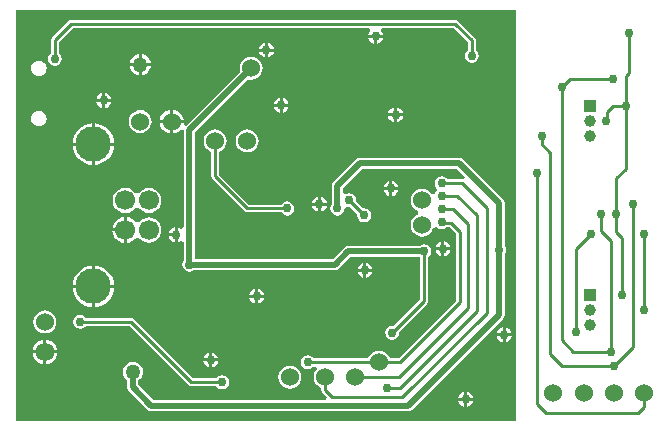
<source format=gbl>
G04*
G04 #@! TF.GenerationSoftware,Altium Limited,Altium Designer,19.1.5 (86)*
G04*
G04 Layer_Physical_Order=2*
G04 Layer_Color=16711680*
%FSAX24Y24*%
%MOIN*%
G70*
G01*
G75*
%ADD13C,0.0100*%
%ADD55C,0.0200*%
%ADD57C,0.0600*%
%ADD58R,0.0394X0.0394*%
%ADD59C,0.0394*%
%ADD60C,0.1181*%
%ADD61C,0.0669*%
%ADD62C,0.0626*%
%ADD63C,0.0300*%
%ADD64C,0.0500*%
G36*
X026929Y010827D02*
X010255D01*
Y024528D01*
X026929D01*
Y010827D01*
D02*
G37*
%LPC*%
G36*
X022489Y023592D02*
X022294D01*
Y023397D01*
X022342Y023406D01*
X022424Y023461D01*
X022480Y023544D01*
X022489Y023592D01*
D02*
G37*
G36*
X022194D02*
X021999D01*
X022009Y023544D01*
X022064Y023461D01*
X022147Y023406D01*
X022194Y023397D01*
Y023592D01*
D02*
G37*
G36*
X018657Y023427D02*
Y023232D01*
X018852D01*
X018843Y023280D01*
X018787Y023363D01*
X018705Y023418D01*
X018657Y023427D01*
D02*
G37*
G36*
X018557D02*
X018510Y023418D01*
X018427Y023363D01*
X018372Y023280D01*
X018362Y023232D01*
X018557D01*
Y023427D01*
D02*
G37*
G36*
X018852Y023132D02*
X018657D01*
Y022937D01*
X018705Y022947D01*
X018787Y023002D01*
X018843Y023085D01*
X018852Y023132D01*
D02*
G37*
G36*
X018557D02*
X018362D01*
X018372Y023085D01*
X018427Y023002D01*
X018510Y022947D01*
X018557Y022937D01*
Y023132D01*
D02*
G37*
G36*
X024907Y024183D02*
X012101Y024183D01*
X012050Y024172D01*
X012007Y024144D01*
X011461Y023598D01*
X011433Y023555D01*
X011423Y023504D01*
Y023082D01*
X011389Y023060D01*
X011338Y022983D01*
X011321Y022894D01*
X011338Y022804D01*
X011389Y022728D01*
X011465Y022677D01*
X011555Y022659D01*
X011645Y022677D01*
X011721Y022728D01*
X011772Y022804D01*
X011790Y022894D01*
X011772Y022983D01*
X011721Y023060D01*
X011688Y023082D01*
Y023449D01*
X012156Y023917D01*
X022027Y023917D01*
X022056Y023843D01*
X022061Y023817D01*
X022009Y023739D01*
X021999Y023692D01*
X022489D01*
X022480Y023739D01*
X022427Y023817D01*
X022433Y023843D01*
X022461Y023917D01*
X024852D01*
X025320Y023449D01*
Y023180D01*
X025287Y023158D01*
X025236Y023082D01*
X025218Y022992D01*
X025236Y022902D01*
X025287Y022826D01*
X025363Y022775D01*
X025453Y022758D01*
X025543Y022775D01*
X025619Y022826D01*
X025669Y022902D01*
X025687Y022992D01*
X025669Y023082D01*
X025619Y023158D01*
X025585Y023180D01*
Y023504D01*
X025575Y023555D01*
X025546Y023598D01*
X025000Y024144D01*
X024957Y024172D01*
X024907Y024183D01*
D02*
G37*
G36*
X014450Y023046D02*
Y022750D01*
X014746D01*
X014741Y022791D01*
X014706Y022877D01*
X014650Y022950D01*
X014577Y023006D01*
X014491Y023041D01*
X014450Y023046D01*
D02*
G37*
G36*
X014350D02*
X014309Y023041D01*
X014223Y023006D01*
X014150Y022950D01*
X014094Y022877D01*
X014059Y022791D01*
X014054Y022750D01*
X014350D01*
Y023046D01*
D02*
G37*
G36*
X014746Y022650D02*
X014450D01*
Y022354D01*
X014491Y022359D01*
X014577Y022394D01*
X014650Y022450D01*
X014706Y022523D01*
X014741Y022609D01*
X014746Y022650D01*
D02*
G37*
G36*
X014350D02*
X014054D01*
X014059Y022609D01*
X014094Y022523D01*
X014150Y022450D01*
X014223Y022394D01*
X014309Y022359D01*
X014350Y022354D01*
Y022650D01*
D02*
G37*
G36*
X011024Y022832D02*
X010956Y022823D01*
X010894Y022797D01*
X010840Y022756D01*
X010799Y022703D01*
X010773Y022640D01*
X010764Y022573D01*
X010773Y022506D01*
X010799Y022443D01*
X010840Y022389D01*
X010894Y022348D01*
X010956Y022322D01*
X011024Y022313D01*
X011091Y022322D01*
X011153Y022348D01*
X011207Y022389D01*
X011248Y022443D01*
X011274Y022506D01*
X011283Y022573D01*
X011274Y022640D01*
X011248Y022703D01*
X011207Y022756D01*
X011153Y022797D01*
X011091Y022823D01*
X011024Y022832D01*
D02*
G37*
G36*
X018100Y022956D02*
X018001Y022943D01*
X017908Y022905D01*
X017829Y022844D01*
X017768Y022764D01*
X017730Y022672D01*
X017717Y022573D01*
X017730Y022474D01*
X017733Y022466D01*
X015932Y020664D01*
X015895Y020677D01*
X015842Y020716D01*
X015847Y020750D01*
X015500D01*
Y020403D01*
X015554Y020410D01*
X015652Y020451D01*
X015735Y020515D01*
X015748Y020532D01*
X015842Y020508D01*
X015851Y020501D01*
Y017272D01*
X015846Y017268D01*
X015751Y017228D01*
X015698Y017263D01*
X015651Y017273D01*
Y017028D01*
Y016783D01*
X015698Y016792D01*
X015751Y016827D01*
X015846Y016787D01*
X015851Y016783D01*
Y016173D01*
X015818Y016123D01*
X015800Y016033D01*
X015818Y015944D01*
X015868Y015868D01*
X015945Y015817D01*
X016034Y015799D01*
X016124Y015817D01*
X016174Y015850D01*
X020896D01*
X020966Y015864D01*
X021025Y015904D01*
X021415Y016293D01*
X023719D01*
X023726Y016288D01*
Y014878D01*
X022835Y013987D01*
X022795Y013994D01*
X022706Y013977D01*
X022629Y013926D01*
X022579Y013850D01*
X022561Y013760D01*
X022579Y013670D01*
X022629Y013594D01*
X022706Y013543D01*
X022795Y013525D01*
X022885Y013543D01*
X022961Y013594D01*
X023012Y013670D01*
X023030Y013760D01*
X023022Y013799D01*
X023952Y014729D01*
X023981Y014772D01*
X023991Y014823D01*
Y016288D01*
X024024Y016311D01*
X024075Y016387D01*
X024093Y016476D01*
X024075Y016566D01*
X024024Y016642D01*
X023948Y016693D01*
X023858Y016711D01*
X023769Y016693D01*
X023719Y016660D01*
X021339D01*
X021268Y016646D01*
X021209Y016606D01*
X020820Y016217D01*
X016218D01*
Y020431D01*
X017993Y022206D01*
X018001Y022203D01*
X018100Y022190D01*
X018199Y022203D01*
X018292Y022241D01*
X018371Y022302D01*
X018432Y022381D01*
X018470Y022474D01*
X018483Y022573D01*
X018470Y022672D01*
X018432Y022764D01*
X018371Y022844D01*
X018292Y022905D01*
X018199Y022943D01*
X018100Y022956D01*
D02*
G37*
G36*
X013229Y021746D02*
Y021551D01*
X013423D01*
X013414Y021598D01*
X013359Y021681D01*
X013276Y021736D01*
X013229Y021746D01*
D02*
G37*
G36*
X013129D02*
X013081Y021736D01*
X012998Y021681D01*
X012943Y021598D01*
X012934Y021551D01*
X013129D01*
Y021746D01*
D02*
G37*
G36*
X019144Y021584D02*
Y021389D01*
X019339D01*
X019330Y021437D01*
X019275Y021519D01*
X019192Y021574D01*
X019144Y021584D01*
D02*
G37*
G36*
X019044D02*
X018997Y021574D01*
X018914Y021519D01*
X018859Y021437D01*
X018850Y021389D01*
X019044D01*
Y021584D01*
D02*
G37*
G36*
X013423Y021451D02*
X013229D01*
Y021256D01*
X013276Y021265D01*
X013359Y021320D01*
X013414Y021403D01*
X013423Y021451D01*
D02*
G37*
G36*
X013129D02*
X012934D01*
X012943Y021403D01*
X012998Y021320D01*
X013081Y021265D01*
X013129Y021256D01*
Y021451D01*
D02*
G37*
G36*
X019339Y021289D02*
X019144D01*
Y021094D01*
X019192Y021103D01*
X019275Y021159D01*
X019330Y021241D01*
X019339Y021289D01*
D02*
G37*
G36*
X019044D02*
X018850D01*
X018859Y021241D01*
X018914Y021159D01*
X018997Y021103D01*
X019044Y021094D01*
Y021289D01*
D02*
G37*
G36*
X022959Y021265D02*
Y021071D01*
X023154D01*
X023144Y021118D01*
X023089Y021201D01*
X023006Y021256D01*
X022959Y021265D01*
D02*
G37*
G36*
X022859D02*
X022811Y021256D01*
X022728Y021201D01*
X022673Y021118D01*
X022664Y021071D01*
X022859D01*
Y021265D01*
D02*
G37*
G36*
X015500Y021197D02*
Y020850D01*
X015847D01*
X015840Y020904D01*
X015799Y021002D01*
X015735Y021085D01*
X015652Y021149D01*
X015554Y021190D01*
X015500Y021197D01*
D02*
G37*
G36*
X015400D02*
X015346Y021190D01*
X015248Y021149D01*
X015165Y021085D01*
X015101Y021002D01*
X015060Y020904D01*
X015053Y020850D01*
X015400D01*
Y021197D01*
D02*
G37*
G36*
X023154Y020971D02*
X022959D01*
Y020776D01*
X023006Y020785D01*
X023089Y020840D01*
X023144Y020923D01*
X023154Y020971D01*
D02*
G37*
G36*
X022859D02*
X022664D01*
X022673Y020923D01*
X022728Y020840D01*
X022811Y020785D01*
X022859Y020776D01*
Y020971D01*
D02*
G37*
G36*
X011024Y021159D02*
X010956Y021150D01*
X010894Y021124D01*
X010840Y021083D01*
X010799Y021029D01*
X010773Y020967D01*
X010764Y020900D01*
X010773Y020832D01*
X010799Y020770D01*
X010840Y020716D01*
X010894Y020675D01*
X010956Y020649D01*
X011024Y020640D01*
X011091Y020649D01*
X011153Y020675D01*
X011207Y020716D01*
X011248Y020770D01*
X011274Y020832D01*
X011283Y020900D01*
X011274Y020967D01*
X011248Y021029D01*
X011207Y021083D01*
X011153Y021124D01*
X011091Y021150D01*
X011024Y021159D01*
D02*
G37*
G36*
X014400Y021183D02*
X014301Y021170D01*
X014208Y021132D01*
X014129Y021071D01*
X014068Y020992D01*
X014030Y020899D01*
X014017Y020800D01*
X014030Y020701D01*
X014068Y020608D01*
X014129Y020529D01*
X014208Y020468D01*
X014301Y020430D01*
X014400Y020417D01*
X014499Y020430D01*
X014592Y020468D01*
X014671Y020529D01*
X014732Y020608D01*
X014770Y020701D01*
X014783Y020800D01*
X014770Y020899D01*
X014732Y020992D01*
X014671Y021071D01*
X014592Y021132D01*
X014499Y021170D01*
X014400Y021183D01*
D02*
G37*
G36*
X015400Y020750D02*
X015053D01*
X015060Y020696D01*
X015101Y020598D01*
X015165Y020515D01*
X015248Y020451D01*
X015346Y020410D01*
X015400Y020403D01*
Y020750D01*
D02*
G37*
G36*
X012885Y020736D02*
Y020097D01*
X013524D01*
X013515Y020183D01*
X013476Y020313D01*
X013412Y020433D01*
X013325Y020538D01*
X013220Y020624D01*
X013100Y020688D01*
X012970Y020728D01*
X012885Y020736D01*
D02*
G37*
G36*
X012785D02*
X012699Y020728D01*
X012569Y020688D01*
X012449Y020624D01*
X012344Y020538D01*
X012258Y020433D01*
X012194Y020313D01*
X012154Y020183D01*
X012146Y020097D01*
X012785D01*
Y020736D01*
D02*
G37*
G36*
X017969Y020535D02*
X017870Y020522D01*
X017777Y020484D01*
X017698Y020423D01*
X017637Y020344D01*
X017599Y020251D01*
X017586Y020152D01*
X017599Y020053D01*
X017637Y019960D01*
X017698Y019881D01*
X017777Y019820D01*
X017870Y019782D01*
X017969Y019769D01*
X018068Y019782D01*
X018161Y019820D01*
X018240Y019881D01*
X018301Y019960D01*
X018339Y020053D01*
X018352Y020152D01*
X018339Y020251D01*
X018301Y020344D01*
X018240Y020423D01*
X018161Y020484D01*
X018068Y020522D01*
X017969Y020535D01*
D02*
G37*
G36*
X013524Y019997D02*
X012885D01*
Y019358D01*
X012970Y019367D01*
X013100Y019406D01*
X013220Y019470D01*
X013325Y019557D01*
X013412Y019662D01*
X013476Y019782D01*
X013515Y019912D01*
X013524Y019997D01*
D02*
G37*
G36*
X012785D02*
X012146D01*
X012154Y019912D01*
X012194Y019782D01*
X012258Y019662D01*
X012344Y019557D01*
X012449Y019470D01*
X012569Y019406D01*
X012699Y019367D01*
X012785Y019358D01*
Y019997D01*
D02*
G37*
G36*
X025027Y019600D02*
X021731D01*
X021661Y019586D01*
X021601Y019546D01*
X020835Y018780D01*
X020795Y018720D01*
X020781Y018650D01*
Y018040D01*
X020748Y017991D01*
X020730Y017901D01*
X020748Y017811D01*
X020799Y017735D01*
X020875Y017684D01*
X020965Y017667D01*
X021054Y017684D01*
X021130Y017735D01*
X021181Y017811D01*
X021195Y017881D01*
X021233Y017918D01*
X021292Y017948D01*
X021358Y017935D01*
X021398Y017943D01*
X021633Y017707D01*
X021628Y017677D01*
X021645Y017587D01*
X021696Y017511D01*
X021772Y017461D01*
X021862Y017443D01*
X021952Y017461D01*
X022028Y017511D01*
X022079Y017587D01*
X022097Y017677D01*
X022079Y017767D01*
X022028Y017843D01*
X021952Y017894D01*
X021862Y017912D01*
X021813Y017902D01*
X021585Y018130D01*
X021593Y018169D01*
X021575Y018259D01*
X021524Y018335D01*
X021448Y018386D01*
X021358Y018404D01*
X021269Y018386D01*
X021248Y018372D01*
X021148Y018426D01*
Y018574D01*
X021807Y019233D01*
X024951D01*
X025237Y018947D01*
X025173Y018870D01*
X025169Y018872D01*
X025118Y018883D01*
X024637D01*
X024615Y018916D01*
X024539Y018967D01*
X024449Y018985D01*
X024359Y018967D01*
X024283Y018916D01*
X024232Y018840D01*
X024214Y018750D01*
X024232Y018660D01*
X024274Y018597D01*
X024284Y018555D01*
Y018512D01*
X024274Y018470D01*
X024232Y018407D01*
X024228Y018388D01*
X024165Y018370D01*
X024123Y018371D01*
X024070Y018440D01*
X023991Y018501D01*
X023898Y018540D01*
X023799Y018553D01*
X023700Y018540D01*
X023608Y018501D01*
X023528Y018440D01*
X023467Y018361D01*
X023429Y018268D01*
X023416Y018169D01*
X023429Y018070D01*
X023467Y017978D01*
X023528Y017898D01*
X023608Y017837D01*
X023667Y017813D01*
Y017707D01*
X023608Y017682D01*
X023528Y017621D01*
X023467Y017542D01*
X023429Y017449D01*
X023416Y017350D01*
X023429Y017251D01*
X023467Y017158D01*
X023528Y017079D01*
X023608Y017018D01*
X023700Y016980D01*
X023799Y016967D01*
X023898Y016980D01*
X023991Y017018D01*
X024070Y017079D01*
X024131Y017158D01*
X024169Y017251D01*
X024171Y017263D01*
X024275Y017287D01*
X024283Y017275D01*
X024359Y017224D01*
X024449Y017206D01*
X024539Y017224D01*
X024607Y017270D01*
X024718D01*
X024927Y017061D01*
Y014829D01*
X023008Y012910D01*
X022719D01*
X022694Y012969D01*
X022633Y013049D01*
X022554Y013110D01*
X022461Y013148D01*
X022362Y013161D01*
X022263Y013148D01*
X022171Y013110D01*
X022091Y013049D01*
X022030Y012969D01*
X022006Y012910D01*
X020168D01*
X020146Y012943D01*
X020070Y012994D01*
X019980Y013012D01*
X019891Y012994D01*
X019814Y012943D01*
X019764Y012867D01*
X019746Y012778D01*
X019764Y012688D01*
X019814Y012612D01*
X019891Y012561D01*
X019980Y012543D01*
X020070Y012561D01*
X020146Y012612D01*
X020162Y012635D01*
X020260Y012632D01*
X020284Y012585D01*
X020293Y012545D01*
X020239Y012475D01*
X020201Y012383D01*
X020188Y012283D01*
X020201Y012184D01*
X020239Y012092D01*
X020300Y012012D01*
X020379Y011952D01*
X020438Y011927D01*
Y011850D01*
X020448Y011800D01*
X020477Y011757D01*
X020631Y011602D01*
X020590Y011502D01*
X014846D01*
X014337Y012012D01*
Y012185D01*
X014389Y012225D01*
X014442Y012294D01*
X014475Y012374D01*
X014486Y012461D01*
X014475Y012547D01*
X014442Y012627D01*
X014389Y012696D01*
X014320Y012749D01*
X014240Y012782D01*
X014154Y012793D01*
X014067Y012782D01*
X013987Y012749D01*
X013918Y012696D01*
X013865Y012627D01*
X013832Y012547D01*
X013821Y012461D01*
X013832Y012374D01*
X013865Y012294D01*
X013918Y012225D01*
X013970Y012185D01*
Y011936D01*
X013984Y011865D01*
X014024Y011806D01*
X014641Y011189D01*
X014700Y011149D01*
X014770Y011135D01*
X023334D01*
X023405Y011149D01*
X023464Y011189D01*
X026499Y014224D01*
X026539Y014284D01*
X026553Y014354D01*
Y016386D01*
X026586Y016436D01*
X026604Y016526D01*
X026586Y016615D01*
X026553Y016665D01*
Y018074D01*
X026539Y018144D01*
X026499Y018204D01*
X025157Y019546D01*
X025098Y019586D01*
X025086Y019588D01*
X025027Y019600D01*
D02*
G37*
G36*
X022806Y018815D02*
Y018620D01*
X023001D01*
X022991Y018667D01*
X022936Y018750D01*
X022853Y018805D01*
X022806Y018815D01*
D02*
G37*
G36*
X022706D02*
X022658Y018805D01*
X022576Y018750D01*
X022520Y018667D01*
X022511Y018620D01*
X022706D01*
Y018815D01*
D02*
G37*
G36*
X014685Y018588D02*
X014577Y018573D01*
X014476Y018531D01*
X014389Y018465D01*
X014354Y018419D01*
X014342Y018414D01*
X014244D01*
X014233Y018419D01*
X014197Y018465D01*
X014111Y018531D01*
X014010Y018573D01*
X013902Y018588D01*
X013793Y018573D01*
X013692Y018531D01*
X013606Y018465D01*
X013539Y018378D01*
X013498Y018278D01*
X013483Y018169D01*
X013498Y018061D01*
X013539Y017960D01*
X013606Y017874D01*
X013692Y017807D01*
X013793Y017765D01*
X013902Y017751D01*
X014010Y017765D01*
X014111Y017807D01*
X014197Y017874D01*
X014233Y017920D01*
X014244Y017925D01*
X014342D01*
X014354Y017920D01*
X014389Y017874D01*
X014476Y017807D01*
X014577Y017765D01*
X014685Y017751D01*
X014793Y017765D01*
X014894Y017807D01*
X014981Y017874D01*
X015047Y017960D01*
X015089Y018061D01*
X015103Y018169D01*
X015089Y018278D01*
X015047Y018378D01*
X014981Y018465D01*
X014894Y018531D01*
X014793Y018573D01*
X014685Y018588D01*
D02*
G37*
G36*
X023001Y018520D02*
X022806D01*
Y018325D01*
X022853Y018334D01*
X022936Y018390D01*
X022991Y018472D01*
X023001Y018520D01*
D02*
G37*
G36*
X022706D02*
X022511D01*
X022520Y018472D01*
X022576Y018390D01*
X022658Y018334D01*
X022706Y018325D01*
Y018520D01*
D02*
G37*
G36*
X020424Y018292D02*
Y018097D01*
X020619D01*
X020610Y018144D01*
X020554Y018227D01*
X020472Y018282D01*
X020424Y018292D01*
D02*
G37*
G36*
X020324D02*
X020276Y018282D01*
X020194Y018227D01*
X020139Y018144D01*
X020129Y018097D01*
X020324D01*
Y018292D01*
D02*
G37*
G36*
X020619Y017997D02*
X020424D01*
Y017802D01*
X020472Y017811D01*
X020554Y017866D01*
X020610Y017949D01*
X020619Y017997D01*
D02*
G37*
G36*
X020324D02*
X020129D01*
X020139Y017949D01*
X020194Y017866D01*
X020276Y017811D01*
X020324Y017802D01*
Y017997D01*
D02*
G37*
G36*
X016900Y020535D02*
X016801Y020522D01*
X016708Y020484D01*
X016629Y020423D01*
X016568Y020344D01*
X016530Y020251D01*
X016517Y020152D01*
X016530Y020053D01*
X016568Y019960D01*
X016629Y019881D01*
X016708Y019820D01*
X016767Y019796D01*
Y018970D01*
X016778Y018919D01*
X016806Y018876D01*
X017875Y017807D01*
X017918Y017779D01*
X017969Y017769D01*
X019112D01*
X019134Y017735D01*
X019210Y017684D01*
X019300Y017667D01*
X019390Y017684D01*
X019466Y017735D01*
X019517Y017811D01*
X019535Y017901D01*
X019517Y017991D01*
X019466Y018067D01*
X019390Y018118D01*
X019300Y018136D01*
X019210Y018118D01*
X019134Y018067D01*
X019112Y018034D01*
X018024D01*
X017033Y019025D01*
Y019796D01*
X017092Y019820D01*
X017171Y019881D01*
X017232Y019960D01*
X017270Y020053D01*
X017283Y020152D01*
X017270Y020251D01*
X017232Y020344D01*
X017171Y020423D01*
X017092Y020484D01*
X016999Y020522D01*
X016900Y020535D01*
D02*
G37*
G36*
X013852Y017617D02*
X013788Y017608D01*
X013682Y017565D01*
X013592Y017495D01*
X013522Y017404D01*
X013478Y017299D01*
X013470Y017235D01*
X013852D01*
Y017617D01*
D02*
G37*
G36*
X015551Y017273D02*
X015503Y017263D01*
X015421Y017208D01*
X015365Y017125D01*
X015356Y017078D01*
X015551D01*
Y017273D01*
D02*
G37*
G36*
Y016978D02*
X015356D01*
X015365Y016930D01*
X015421Y016847D01*
X015503Y016792D01*
X015551Y016783D01*
Y016978D01*
D02*
G37*
G36*
X013952Y017617D02*
Y017185D01*
Y016753D01*
X014015Y016762D01*
X014121Y016805D01*
X014212Y016875D01*
X014243Y016916D01*
X014364Y016921D01*
X014366Y016920D01*
X014389Y016889D01*
X014476Y016823D01*
X014577Y016781D01*
X014685Y016767D01*
X014793Y016781D01*
X014894Y016823D01*
X014981Y016889D01*
X015047Y016976D01*
X015089Y017077D01*
X015103Y017185D01*
X015089Y017293D01*
X015047Y017394D01*
X014981Y017481D01*
X014894Y017547D01*
X014793Y017589D01*
X014685Y017603D01*
X014577Y017589D01*
X014476Y017547D01*
X014389Y017481D01*
X014366Y017450D01*
X014364Y017449D01*
X014243Y017454D01*
X014212Y017495D01*
X014121Y017565D01*
X014015Y017608D01*
X013952Y017617D01*
D02*
G37*
G36*
X013852Y017135D02*
X013470D01*
X013478Y017072D01*
X013522Y016966D01*
X013592Y016875D01*
X013682Y016805D01*
X013788Y016762D01*
X013852Y016753D01*
Y017135D01*
D02*
G37*
G36*
X024538Y016810D02*
Y016615D01*
X024733D01*
X024724Y016663D01*
X024668Y016745D01*
X024586Y016800D01*
X024538Y016810D01*
D02*
G37*
G36*
X024438D02*
X024391Y016800D01*
X024308Y016745D01*
X024253Y016663D01*
X024243Y016615D01*
X024438D01*
Y016810D01*
D02*
G37*
G36*
X024733Y016515D02*
X024538D01*
Y016320D01*
X024586Y016329D01*
X024668Y016385D01*
X024724Y016467D01*
X024733Y016515D01*
D02*
G37*
G36*
X024438D02*
X024243D01*
X024253Y016467D01*
X024308Y016385D01*
X024391Y016329D01*
X024438Y016320D01*
Y016515D01*
D02*
G37*
G36*
X021938Y016088D02*
Y015893D01*
X022133D01*
X022123Y015941D01*
X022068Y016023D01*
X021986Y016078D01*
X021938Y016088D01*
D02*
G37*
G36*
X021838D02*
X021790Y016078D01*
X021708Y016023D01*
X021652Y015941D01*
X021643Y015893D01*
X021838D01*
Y016088D01*
D02*
G37*
G36*
X022133Y015793D02*
X021938D01*
Y015598D01*
X021986Y015608D01*
X022068Y015663D01*
X022123Y015745D01*
X022133Y015793D01*
D02*
G37*
G36*
X021838D02*
X021643D01*
X021652Y015745D01*
X021708Y015663D01*
X021790Y015608D01*
X021838Y015598D01*
Y015793D01*
D02*
G37*
G36*
X012885Y015996D02*
Y015357D01*
X013524D01*
X013515Y015442D01*
X013476Y015573D01*
X013412Y015693D01*
X013325Y015798D01*
X013220Y015884D01*
X013100Y015948D01*
X012970Y015988D01*
X012885Y015996D01*
D02*
G37*
G36*
X012785D02*
X012699Y015988D01*
X012569Y015948D01*
X012449Y015884D01*
X012344Y015798D01*
X012258Y015693D01*
X012194Y015573D01*
X012154Y015442D01*
X012146Y015357D01*
X012785D01*
Y015996D01*
D02*
G37*
G36*
X018334Y015225D02*
Y015030D01*
X018528D01*
X018519Y015078D01*
X018464Y015161D01*
X018381Y015216D01*
X018334Y015225D01*
D02*
G37*
G36*
X018234D02*
X018186Y015216D01*
X018103Y015161D01*
X018048Y015078D01*
X018039Y015030D01*
X018234D01*
Y015225D01*
D02*
G37*
G36*
X018528Y014930D02*
X018334D01*
Y014735D01*
X018381Y014745D01*
X018464Y014800D01*
X018519Y014883D01*
X018528Y014930D01*
D02*
G37*
G36*
X018234D02*
X018039D01*
X018048Y014883D01*
X018103Y014800D01*
X018186Y014745D01*
X018234Y014735D01*
Y014930D01*
D02*
G37*
G36*
X013524Y015257D02*
X012885D01*
Y014618D01*
X012970Y014627D01*
X013100Y014666D01*
X013220Y014730D01*
X013325Y014816D01*
X013412Y014922D01*
X013476Y015042D01*
X013515Y015172D01*
X013524Y015257D01*
D02*
G37*
G36*
X012785D02*
X012146D01*
X012154Y015172D01*
X012194Y015042D01*
X012258Y014922D01*
X012344Y014816D01*
X012449Y014730D01*
X012569Y014666D01*
X012699Y014627D01*
X012785Y014618D01*
Y015257D01*
D02*
G37*
G36*
X026585Y013939D02*
Y013744D01*
X026780D01*
X026771Y013792D01*
X026716Y013874D01*
X026633Y013930D01*
X026585Y013939D01*
D02*
G37*
G36*
X026485D02*
X026438Y013930D01*
X026355Y013874D01*
X026300Y013792D01*
X026290Y013744D01*
X026485D01*
Y013939D01*
D02*
G37*
G36*
X011220Y014501D02*
X011121Y014488D01*
X011029Y014450D01*
X010949Y014389D01*
X010889Y014310D01*
X010850Y014217D01*
X010837Y014118D01*
X010850Y014019D01*
X010889Y013926D01*
X010949Y013847D01*
X011029Y013786D01*
X011121Y013748D01*
X011220Y013735D01*
X011320Y013748D01*
X011412Y013786D01*
X011491Y013847D01*
X011552Y013926D01*
X011591Y014019D01*
X011604Y014118D01*
X011591Y014217D01*
X011552Y014310D01*
X011491Y014389D01*
X011412Y014450D01*
X011320Y014488D01*
X011220Y014501D01*
D02*
G37*
G36*
X026780Y013644D02*
X026585D01*
Y013449D01*
X026633Y013459D01*
X026716Y013514D01*
X026771Y013597D01*
X026780Y013644D01*
D02*
G37*
G36*
X026485D02*
X026290D01*
X026300Y013597D01*
X026355Y013514D01*
X026438Y013459D01*
X026485Y013449D01*
Y013644D01*
D02*
G37*
G36*
X011270Y013528D02*
Y013168D01*
X011630D01*
X011623Y013226D01*
X011581Y013326D01*
X011515Y013413D01*
X011429Y013479D01*
X011328Y013520D01*
X011270Y013528D01*
D02*
G37*
G36*
X011170D02*
X011113Y013520D01*
X011012Y013479D01*
X010926Y013413D01*
X010860Y013326D01*
X010818Y013226D01*
X010811Y013168D01*
X011170D01*
Y013528D01*
D02*
G37*
G36*
X016800Y013097D02*
Y012902D01*
X016995D01*
X016985Y012950D01*
X016930Y013033D01*
X016848Y013088D01*
X016800Y013097D01*
D02*
G37*
G36*
X016700D02*
X016652Y013088D01*
X016570Y013033D01*
X016515Y012950D01*
X016505Y012902D01*
X016700D01*
Y013097D01*
D02*
G37*
G36*
X011630Y013068D02*
X011270D01*
Y012708D01*
X011328Y012716D01*
X011429Y012758D01*
X011515Y012824D01*
X011581Y012910D01*
X011623Y013010D01*
X011630Y013068D01*
D02*
G37*
G36*
X011170D02*
X010811D01*
X010818Y013010D01*
X010860Y012910D01*
X010926Y012824D01*
X011012Y012758D01*
X011113Y012716D01*
X011170Y012708D01*
Y013068D01*
D02*
G37*
G36*
X016700Y012802D02*
X016505D01*
X016515Y012755D01*
X016570Y012672D01*
X016652Y012617D01*
X016700Y012607D01*
Y012802D01*
D02*
G37*
G36*
X016995D02*
X016800D01*
Y012607D01*
X016848Y012617D01*
X016930Y012672D01*
X016985Y012755D01*
X016995Y012802D01*
D02*
G37*
G36*
X019390Y012667D02*
X019291Y012654D01*
X019198Y012615D01*
X019119Y012554D01*
X019058Y012475D01*
X019020Y012383D01*
X019006Y012283D01*
X019020Y012184D01*
X019058Y012092D01*
X019119Y012012D01*
X019198Y011952D01*
X019291Y011913D01*
X019390Y011900D01*
X019489Y011913D01*
X019581Y011952D01*
X019661Y012012D01*
X019722Y012092D01*
X019760Y012184D01*
X019773Y012283D01*
X019760Y012383D01*
X019722Y012475D01*
X019661Y012554D01*
X019581Y012615D01*
X019489Y012654D01*
X019390Y012667D01*
D02*
G37*
G36*
X012400Y014353D02*
X012311Y014335D01*
X012235Y014284D01*
X012184Y014208D01*
X012166Y014118D01*
X012184Y014028D01*
X012235Y013952D01*
X012311Y013901D01*
X012400Y013884D01*
X012490Y013901D01*
X012566Y013952D01*
X012588Y013986D01*
X014036D01*
X016009Y012013D01*
X016052Y011984D01*
X016102Y011974D01*
X016938D01*
X016960Y011940D01*
X017036Y011890D01*
X017126Y011872D01*
X017216Y011890D01*
X017292Y011940D01*
X017343Y012017D01*
X017360Y012106D01*
X017343Y012196D01*
X017292Y012272D01*
X017216Y012323D01*
X017126Y012341D01*
X017036Y012323D01*
X016960Y012272D01*
X016938Y012239D01*
X016157D01*
X014184Y014212D01*
X014141Y014241D01*
X014091Y014251D01*
X012588D01*
X012566Y014284D01*
X012490Y014335D01*
X012400Y014353D01*
D02*
G37*
G36*
X025297Y011783D02*
Y011588D01*
X025492D01*
X025483Y011636D01*
X025428Y011719D01*
X025345Y011774D01*
X025297Y011783D01*
D02*
G37*
G36*
X025197D02*
X025150Y011774D01*
X025067Y011719D01*
X025012Y011636D01*
X025002Y011588D01*
X025197D01*
Y011783D01*
D02*
G37*
G36*
X025492Y011488D02*
X025297D01*
Y011294D01*
X025345Y011303D01*
X025428Y011358D01*
X025483Y011441D01*
X025492Y011488D01*
D02*
G37*
G36*
X025197D02*
X025002D01*
X025012Y011441D01*
X025067Y011358D01*
X025150Y011303D01*
X025197Y011294D01*
Y011488D01*
D02*
G37*
%LPD*%
D13*
X021358Y018169D02*
X021850Y017677D01*
X021862D01*
X023063Y011922D02*
X025610Y014468D01*
X022618Y011922D02*
X023063D01*
X025610Y014468D02*
Y017668D01*
X023858Y014823D02*
Y016476D01*
X025945Y014426D02*
Y017923D01*
X023133Y011614D02*
X025945Y014426D01*
X020807Y011614D02*
X023133D01*
X025118Y018750D02*
X025945Y017923D01*
X024449Y018750D02*
X025118D01*
X024962Y018317D02*
X025610Y017668D01*
X024449Y018317D02*
X024962D01*
X025315Y014589D02*
Y017397D01*
X024838Y017874D02*
X025315Y017397D01*
X024449Y017874D02*
X024838D01*
X025059Y014774D02*
Y017116D01*
X024772Y017403D02*
X025059Y017116D01*
X024487Y017403D02*
X024772D01*
X021559Y012283D02*
X023010D01*
X016102Y012106D02*
X017126D01*
X019980Y012778D02*
X022362D01*
X020571Y011850D02*
X020807Y011614D01*
X020571Y011850D02*
Y012265D01*
X023010Y012283D02*
X025315Y014589D01*
X022362Y012778D02*
X023063D01*
X014091Y014118D02*
X016102Y012106D01*
X012400Y014118D02*
X014091D01*
X023063Y012778D02*
X025059Y014774D01*
X022795Y013760D02*
X023858Y014823D01*
X031181Y011280D02*
Y011752D01*
X030984Y011083D02*
X031181Y011280D01*
Y011752D02*
Y011864D01*
X025453Y022992D02*
Y023504D01*
X024907Y024050D02*
X025453Y023504D01*
X012101Y024050D02*
X024907Y024050D01*
X028837Y013132D02*
X030081D01*
X028450Y013519D02*
X028837Y013132D01*
X028450Y013519D02*
Y021950D01*
X028051Y013051D02*
X028445Y012657D01*
X028051Y019764D02*
X028051Y013051D01*
X027776Y020039D02*
X028051Y019764D01*
X028917Y013803D02*
Y016554D01*
X030591Y019233D02*
Y021327D01*
X030269Y018912D02*
X030591Y019233D01*
X030269Y017721D02*
Y018912D01*
X030172Y021327D02*
X030591D01*
X029960Y021114D02*
X030172Y021327D01*
X029960Y020865D02*
Y021114D01*
X029921Y020827D02*
X029960Y020865D01*
X030591Y021327D02*
Y022303D01*
X030700Y022413D01*
Y023750D01*
X027933Y011083D02*
X030984D01*
X027618Y011398D02*
X027933Y011083D01*
X027618Y011398D02*
Y019085D01*
X027776Y020327D02*
X027776Y020039D01*
X028445Y012657D02*
X030197D01*
X028917Y016554D02*
X029419Y017056D01*
X030453Y015028D02*
Y016918D01*
X030269Y017102D02*
X030453Y016918D01*
X030269Y017102D02*
Y017721D01*
X029744Y017150D02*
Y017717D01*
Y017150D02*
X030081Y016814D01*
Y013132D02*
Y016814D01*
X011555Y022894D02*
Y023504D01*
X012101Y024050D01*
X030197Y012657D02*
X030827Y013287D01*
Y018051D01*
X031181Y014528D02*
Y017056D01*
X024449Y017441D02*
X024487Y017403D01*
X030197Y011752D02*
Y011860D01*
X017969Y017901D02*
X019300D01*
X016900Y018970D02*
X017969Y017901D01*
X016900Y018970D02*
Y020152D01*
X028726Y022226D02*
X030150D01*
X028450Y021950D02*
X028726Y022226D01*
X028450Y021950D02*
X028450D01*
D55*
X021339Y016476D02*
X023858D01*
X026370Y014354D02*
Y016526D01*
X023334Y011319D02*
X026370Y014354D01*
Y016526D02*
Y018074D01*
X025027Y019416D02*
X026370Y018074D01*
X014770Y011319D02*
X023334D01*
X014154Y011936D02*
X014770Y011319D01*
X014154Y011936D02*
Y012461D01*
X021731Y019416D02*
X025027D01*
X020896Y016033D02*
X021339Y016476D01*
X016034Y016033D02*
X020896D01*
X016034Y020507D02*
X018100Y022573D01*
X016034Y016033D02*
Y020507D01*
X020965Y017901D02*
Y018650D01*
X021731Y019416D01*
D57*
X020571Y012283D02*
D03*
X031181Y011752D02*
D03*
X022362Y012778D02*
D03*
X030197Y011752D02*
D03*
X028169D02*
D03*
X029182D02*
D03*
X018100Y022573D02*
D03*
X019390Y012283D02*
D03*
X021555D02*
D03*
X023799Y018169D02*
D03*
Y017350D02*
D03*
X017969Y020152D02*
D03*
X016900D02*
D03*
X015450Y020800D02*
D03*
X014400D02*
D03*
X011220Y014118D02*
D03*
D58*
X029406Y015028D02*
D03*
Y021327D02*
D03*
D59*
Y014028D02*
D03*
Y014528D02*
D03*
Y020327D02*
D03*
Y020827D02*
D03*
D60*
X012835Y020047D02*
D03*
Y015307D02*
D03*
D61*
X013902Y017185D02*
D03*
X014685Y018169D02*
D03*
X013902D02*
D03*
X014685Y017185D02*
D03*
D62*
X011220Y013118D02*
D03*
D63*
X021862Y017677D02*
D03*
X026370Y016526D02*
D03*
X026535Y013694D02*
D03*
X025247Y011538D02*
D03*
X022795Y013760D02*
D03*
X022618Y011922D02*
D03*
X018607Y023182D02*
D03*
X022244Y023642D02*
D03*
X021888Y015843D02*
D03*
X021358Y018169D02*
D03*
X023858Y016476D02*
D03*
X019094Y021339D02*
D03*
X019980Y012778D02*
D03*
X029921Y020827D02*
D03*
X030591Y021327D02*
D03*
X027618Y019085D02*
D03*
X030453Y015028D02*
D03*
X030269Y017721D02*
D03*
X029744D02*
D03*
X011555Y022894D02*
D03*
X030081Y013132D02*
D03*
X030827Y018051D02*
D03*
X031181Y014528D02*
D03*
X028917Y013780D02*
D03*
X029419Y017056D02*
D03*
X024488Y016565D02*
D03*
X024449Y017874D02*
D03*
Y017441D02*
D03*
X031181Y017056D02*
D03*
X030197Y012657D02*
D03*
X024449Y018317D02*
D03*
Y018750D02*
D03*
X018284Y014980D02*
D03*
X022909Y021021D02*
D03*
X013179Y021501D02*
D03*
X022756Y018570D02*
D03*
X019300Y017901D02*
D03*
X017126Y012106D02*
D03*
X012400Y014118D02*
D03*
X030150Y022226D02*
D03*
X030700Y023750D02*
D03*
X020965Y017901D02*
D03*
X020374Y018047D02*
D03*
X028450Y021950D02*
D03*
X025453Y022992D02*
D03*
X015601Y017028D02*
D03*
X016034Y016033D02*
D03*
X016750Y012852D02*
D03*
X027776Y020327D02*
D03*
D64*
X014154Y012461D02*
D03*
X014400Y022700D02*
D03*
M02*

</source>
